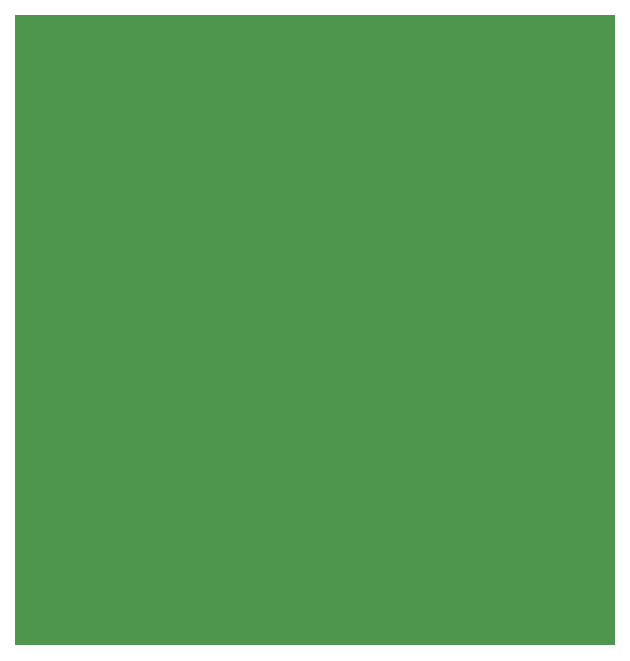
<source format=gbr>
G04 #@! TF.FileFunction,Copper,L2,Bot,Signal*
%FSLAX46Y46*%
G04 Gerber Fmt 4.6, Leading zero omitted, Abs format (unit mm)*
G04 Created by KiCad (PCBNEW 4.0.5) date 04/28/17 11:31:22*
%MOMM*%
%LPD*%
G01*
G04 APERTURE LIST*
%ADD10C,0.025400*%
%ADD11R,2.420000X6.480000*%
%ADD12R,50.800000X45.720000*%
%ADD13C,0.152400*%
G04 APERTURE END LIST*
D10*
D11*
X17527500Y3247200D03*
X26287500Y3247200D03*
D12*
X25400000Y30492700D03*
D13*
G36*
X50723800Y76200D02*
X76200Y76200D01*
X76200Y53276500D01*
X50723800Y53276500D01*
X50723800Y76200D01*
X50723800Y76200D01*
G37*
X50723800Y76200D02*
X76200Y76200D01*
X76200Y53276500D01*
X50723800Y53276500D01*
X50723800Y76200D01*
M02*

</source>
